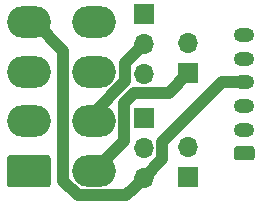
<source format=gbl>
G04 #@! TF.GenerationSoftware,KiCad,Pcbnew,(5.1.0-1558-g0ba0c1724)*
G04 #@! TF.CreationDate,2019-12-01T14:41:24-08:00*
G04 #@! TF.ProjectId,8to4Stepper,38746f34-5374-4657-9070-65722e6b6963,rev?*
G04 #@! TF.SameCoordinates,Original*
G04 #@! TF.FileFunction,Copper,L2,Bot*
G04 #@! TF.FilePolarity,Positive*
%FSLAX46Y46*%
G04 Gerber Fmt 4.6, Leading zero omitted, Abs format (unit mm)*
G04 Created by KiCad (PCBNEW (5.1.0-1558-g0ba0c1724)) date 2019-12-01 14:41:24*
%MOMM*%
%LPD*%
G04 APERTURE LIST*
%ADD10O,1.700000X1.700000*%
%ADD11R,1.700000X1.700000*%
%ADD12O,3.700000X2.700000*%
%ADD13C,0.100000*%
%ADD14C,2.700000*%
%ADD15O,1.750000X1.200000*%
%ADD16C,1.200000*%
%ADD17C,1.000000*%
G04 APERTURE END LIST*
D10*
X200000000Y-115210000D03*
D11*
X200000000Y-117750000D03*
D10*
X200000000Y-123960000D03*
D11*
X200000000Y-126500000D03*
D12*
X192000000Y-113400000D03*
X192000000Y-117600000D03*
X192000000Y-121800000D03*
X192000000Y-126000000D03*
X186500000Y-113400000D03*
X186500000Y-117600000D03*
X186500000Y-121800000D03*
D13*
G36*
X188195670Y-124669030D02*
G01*
X188276776Y-124723224D01*
X188330970Y-124804330D01*
X188350000Y-124900001D01*
X188350000Y-127099999D01*
X188330970Y-127195670D01*
X188276776Y-127276776D01*
X188195670Y-127330970D01*
X188099999Y-127350000D01*
X184900001Y-127350000D01*
X184804330Y-127330970D01*
X184723224Y-127276776D01*
X184669030Y-127195670D01*
X184650000Y-127099999D01*
X184650000Y-124900001D01*
X184669030Y-124804330D01*
X184723224Y-124723224D01*
X184804330Y-124669030D01*
X184900001Y-124650000D01*
X188099999Y-124650000D01*
X188195670Y-124669030D01*
X188195670Y-124669030D01*
G37*
D14*
X186500000Y-126000000D03*
D15*
X204750000Y-114500000D03*
X204750000Y-116500000D03*
X204750000Y-118500000D03*
X204750000Y-120500000D03*
X204750000Y-122500000D03*
D13*
G36*
X205470671Y-123919030D02*
G01*
X205551777Y-123973223D01*
X205605970Y-124054329D01*
X205625000Y-124149999D01*
X205625000Y-124850001D01*
X205605970Y-124945671D01*
X205551777Y-125026777D01*
X205470671Y-125080970D01*
X205375001Y-125100000D01*
X204124999Y-125100000D01*
X204029329Y-125080970D01*
X203948223Y-125026777D01*
X203894030Y-124945671D01*
X203875000Y-124850001D01*
X203875000Y-124149999D01*
X203894030Y-124054329D01*
X203948223Y-123973223D01*
X204029329Y-123919030D01*
X204124999Y-123900000D01*
X205375001Y-123900000D01*
X205470671Y-123919030D01*
X205470671Y-123919030D01*
G37*
D16*
X204750000Y-124500000D03*
D10*
X196250000Y-117830000D03*
X196250000Y-115290000D03*
D11*
X196250000Y-112750000D03*
D10*
X196250000Y-126580000D03*
X196250000Y-124040000D03*
D11*
X196250000Y-121500000D03*
D17*
X198366799Y-119383201D02*
X200000000Y-117750000D01*
X194553210Y-120231028D02*
X195401037Y-119383201D01*
X194553210Y-123446790D02*
X194553210Y-120231028D01*
X192000000Y-126000000D02*
X194553210Y-123446790D01*
X195400001Y-116139999D02*
X196250000Y-115290000D01*
X194696799Y-118385842D02*
X194696799Y-116843201D01*
X194696799Y-116843201D02*
X195400001Y-116139999D01*
X192000000Y-121800000D02*
X192000000Y-121082641D01*
X195401037Y-119383201D02*
X198366799Y-119383201D01*
X192000000Y-121082641D02*
X194696799Y-118385842D01*
X195400001Y-127429999D02*
X196250000Y-126580000D01*
X194776790Y-128053210D02*
X195400001Y-127429999D01*
X190649533Y-128053210D02*
X194776790Y-128053210D01*
X189446790Y-126850467D02*
X190649533Y-128053210D01*
X187000000Y-113400000D02*
X189446790Y-115846790D01*
X189446790Y-115846790D02*
X189446790Y-126850467D01*
X186500000Y-113400000D02*
X187000000Y-113400000D01*
X202875000Y-118500000D02*
X204750000Y-118500000D01*
X197803201Y-123571799D02*
X202875000Y-118500000D01*
X196250000Y-126580000D02*
X197803201Y-125026799D01*
X197803201Y-125026799D02*
X197803201Y-123571799D01*
M02*

</source>
